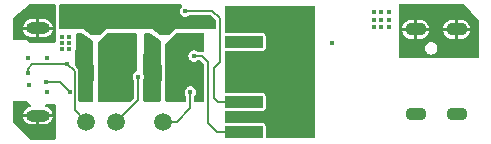
<source format=gbr>
%TF.GenerationSoftware,KiCad,Pcbnew,(6.0.0-rc1-461-ge5d6ec836f)*%
%TF.CreationDate,2022-01-23T00:53:45+08:00*%
%TF.ProjectId,usb_adapter,7573625f-6164-4617-9074-65722e6b6963,rev?*%
%TF.SameCoordinates,Original*%
%TF.FileFunction,Copper,L4,Bot*%
%TF.FilePolarity,Positive*%
%FSLAX46Y46*%
G04 Gerber Fmt 4.6, Leading zero omitted, Abs format (unit mm)*
G04 Created by KiCad (PCBNEW (6.0.0-rc1-461-ge5d6ec836f)) date 2022-01-23 00:53:45*
%MOMM*%
%LPD*%
G01*
G04 APERTURE LIST*
G04 Aperture macros list*
%AMRoundRect*
0 Rectangle with rounded corners*
0 $1 Rounding radius*
0 $2 $3 $4 $5 $6 $7 $8 $9 X,Y pos of 4 corners*
0 Add a 4 corners polygon primitive as box body*
4,1,4,$2,$3,$4,$5,$6,$7,$8,$9,$2,$3,0*
0 Add four circle primitives for the rounded corners*
1,1,$1+$1,$2,$3*
1,1,$1+$1,$4,$5*
1,1,$1+$1,$6,$7*
1,1,$1+$1,$8,$9*
0 Add four rect primitives between the rounded corners*
20,1,$1+$1,$2,$3,$4,$5,0*
20,1,$1+$1,$4,$5,$6,$7,0*
20,1,$1+$1,$6,$7,$8,$9,0*
20,1,$1+$1,$8,$9,$2,$3,0*%
G04 Aperture macros list end*
%TA.AperFunction,ComponentPad*%
%ADD10O,2.000000X1.000000*%
%TD*%
%TA.AperFunction,ComponentPad*%
%ADD11O,1.800000X1.100000*%
%TD*%
%TA.AperFunction,SMDPad,CuDef*%
%ADD12RoundRect,0.150000X0.150000X-0.587500X0.150000X0.587500X-0.150000X0.587500X-0.150000X-0.587500X0*%
%TD*%
%TA.AperFunction,SMDPad,CuDef*%
%ADD13C,1.500000*%
%TD*%
%TA.AperFunction,SMDPad,CuDef*%
%ADD14RoundRect,0.237500X-0.300000X-0.237500X0.300000X-0.237500X0.300000X0.237500X-0.300000X0.237500X0*%
%TD*%
%TA.AperFunction,SMDPad,CuDef*%
%ADD15RoundRect,0.237500X-0.237500X0.300000X-0.237500X-0.300000X0.237500X-0.300000X0.237500X0.300000X0*%
%TD*%
%TA.AperFunction,SMDPad,CuDef*%
%ADD16RoundRect,0.250000X-0.412500X-0.650000X0.412500X-0.650000X0.412500X0.650000X-0.412500X0.650000X0*%
%TD*%
%TA.AperFunction,SMDPad,CuDef*%
%ADD17R,3.200000X1.000000*%
%TD*%
%TA.AperFunction,ViaPad*%
%ADD18C,0.450000*%
%TD*%
%TA.AperFunction,Conductor*%
%ADD19C,0.146812*%
%TD*%
G04 APERTURE END LIST*
D10*
%TO.P,P1,S1,SHIELD*%
%TO.N,GND*%
X101395000Y-88800000D03*
X101395000Y-96200000D03*
%TD*%
D11*
%TO.P,J2,6,Shield*%
%TO.N,GND*%
X136840000Y-88905000D03*
X133370000Y-88905000D03*
X136840000Y-96105000D03*
X133370000Y-96105000D03*
%TD*%
D12*
%TO.P,U2,1,GND*%
%TO.N,GND*%
X112950000Y-90437500D03*
%TO.P,U2,2,VO*%
%TO.N,+3V3*%
X111050000Y-90437500D03*
%TO.P,U2,3,VI*%
%TO.N,/VBUS*%
X112000000Y-88562500D03*
%TD*%
D13*
%TO.P,TP2,1,1*%
%TO.N,/RX_1V8*%
X105500000Y-96750000D03*
%TD*%
D12*
%TO.P,U1,1,GND*%
%TO.N,GND*%
X107200000Y-90437500D03*
%TO.P,U1,2,VO*%
%TO.N,+1V8*%
X105300000Y-90437500D03*
%TO.P,U1,3,VI*%
%TO.N,/VBUS*%
X106250000Y-88562500D03*
%TD*%
D14*
%TO.P,C6,1*%
%TO.N,+3V3*%
X111137500Y-94500000D03*
%TO.P,C6,2*%
%TO.N,GND*%
X112862500Y-94500000D03*
%TD*%
D13*
%TO.P,TP1,1,1*%
%TO.N,/TX_1V8*%
X108000000Y-96750000D03*
%TD*%
D15*
%TO.P,C1,1*%
%TO.N,/VBUS*%
X109000000Y-88387500D03*
%TO.P,C1,2*%
%TO.N,GND*%
X109000000Y-90112500D03*
%TD*%
D13*
%TO.P,TP3,1,1*%
%TO.N,/CC*%
X112000000Y-96750000D03*
%TD*%
D14*
%TO.P,C3,1*%
%TO.N,+1V8*%
X105387500Y-94500000D03*
%TO.P,C3,2*%
%TO.N,GND*%
X107112500Y-94500000D03*
%TD*%
D16*
%TO.P,C5,1*%
%TO.N,+3V3*%
X111200000Y-92600000D03*
%TO.P,C5,2*%
%TO.N,GND*%
X114325000Y-92600000D03*
%TD*%
%TO.P,C2,1*%
%TO.N,+1V8*%
X105437500Y-92600000D03*
%TO.P,C2,2*%
%TO.N,GND*%
X108562500Y-92600000D03*
%TD*%
D17*
%TO.P,J1,1,Pin_1*%
%TO.N,/TX_3V3*%
X118825000Y-97580000D03*
%TO.P,J1,2,Pin_2*%
%TO.N,/RX_3V3*%
X118825000Y-95040000D03*
%TO.P,J1,3,Pin_3*%
%TO.N,GND*%
X118825000Y-92500000D03*
%TO.P,J1,4,Pin_4*%
%TO.N,/CC*%
X118825000Y-89960000D03*
%TO.P,J1,5,Pin_5*%
%TO.N,GND*%
X118825000Y-87420000D03*
%TD*%
D15*
%TO.P,C4,1*%
%TO.N,/VBUS*%
X114750000Y-88387500D03*
%TO.P,C4,2*%
%TO.N,GND*%
X114750000Y-90112500D03*
%TD*%
D18*
%TO.N,/VBUS*%
X116300000Y-88600000D03*
X129850000Y-88100000D03*
X103500000Y-87500000D03*
X115300000Y-88600000D03*
X131100000Y-88700000D03*
X130450000Y-88700000D03*
X131100000Y-87450000D03*
X129850000Y-88700000D03*
X104250000Y-88500000D03*
X104750000Y-88500000D03*
X129850000Y-87450000D03*
X115800000Y-88600000D03*
X103750000Y-88500000D03*
X131100000Y-88100000D03*
X105000000Y-87500000D03*
X130450000Y-87450000D03*
X130450000Y-88100000D03*
X104000000Y-87500000D03*
X104500000Y-87500000D03*
%TO.N,GND*%
X132950000Y-87500000D03*
X133550000Y-87500000D03*
X109000000Y-90112500D03*
X107500000Y-93400000D03*
X121750000Y-89750000D03*
X114500000Y-93500000D03*
X132350000Y-87500000D03*
X113900000Y-93500000D03*
X112750000Y-90050000D03*
X138100000Y-90100000D03*
X126300000Y-90100000D03*
X113300000Y-92900000D03*
X108100000Y-92300000D03*
X123250000Y-91250000D03*
X106900000Y-93400000D03*
X135800000Y-90100000D03*
X113900000Y-92900000D03*
X108700000Y-92300000D03*
X108100000Y-93400000D03*
X122500000Y-89750000D03*
X114500000Y-92900000D03*
X108700000Y-93400000D03*
X137350000Y-90900000D03*
X123250000Y-89750000D03*
X136550000Y-90100000D03*
X106900000Y-92300000D03*
X135800000Y-90900000D03*
X113300000Y-93500000D03*
X133550000Y-90300000D03*
X124000000Y-89750000D03*
X112700000Y-92900000D03*
X132350000Y-90300000D03*
X121750000Y-91250000D03*
X122500000Y-91250000D03*
X132950000Y-90300000D03*
X138100000Y-90900000D03*
X137350000Y-90100000D03*
X136550000Y-90900000D03*
X112700000Y-93500000D03*
X124000000Y-91250000D03*
X107500000Y-92300000D03*
%TO.N,+1V8*%
X105400000Y-92350000D03*
%TO.N,+3V3*%
X111137500Y-92350000D03*
%TO.N,/TX_1V8*%
X109900000Y-92900000D03*
%TO.N,/RX_1V8*%
X100550000Y-92630000D03*
X103900000Y-91850000D03*
%TO.N,/TX_3V3*%
X114620000Y-91150000D03*
%TO.N,/RX_3V3*%
X113880000Y-87340000D03*
%TO.N,/CC*%
X104100000Y-94200000D03*
X114300000Y-94200000D03*
X102090000Y-93370000D03*
X118825000Y-89960000D03*
%TO.N,Net-(JP1-Pad1)*%
X102200000Y-94200000D03*
X104000000Y-90575000D03*
X102200000Y-91300000D03*
X104000000Y-89550000D03*
X100570000Y-91370000D03*
X103475000Y-89550000D03*
X103475000Y-90075000D03*
X104000000Y-90075000D03*
X103475000Y-90575000D03*
X100620000Y-93620000D03*
%TD*%
D19*
%TO.N,/RX_1V8*%
X103900000Y-91850000D02*
X104500000Y-92450000D01*
X104500000Y-92450000D02*
X104500000Y-95750000D01*
X104500000Y-95750000D02*
X105500000Y-96750000D01*
%TO.N,/TX_1V8*%
X109900000Y-92900000D02*
X109900000Y-94850000D01*
X109900000Y-94850000D02*
X108000000Y-96750000D01*
%TO.N,/CC*%
X112000000Y-96750000D02*
X113150000Y-96750000D01*
X113150000Y-96750000D02*
X114300000Y-95600000D01*
X114300000Y-95600000D02*
X114300000Y-94200000D01*
%TO.N,/RX_1V8*%
X100550000Y-92230000D02*
X100930000Y-91850000D01*
X100550000Y-92630000D02*
X100550000Y-92230000D01*
X100930000Y-91850000D02*
X103900000Y-91850000D01*
%TO.N,/TX_3V3*%
X115810000Y-96810000D02*
X116580000Y-97580000D01*
X115250000Y-91150000D02*
X115810000Y-91710000D01*
X116580000Y-97580000D02*
X118825000Y-97580000D01*
X114620000Y-91150000D02*
X115250000Y-91150000D01*
X115810000Y-91710000D02*
X115810000Y-96810000D01*
%TO.N,/RX_3V3*%
X116340000Y-92160000D02*
X116340000Y-94740000D01*
X113880000Y-87340000D02*
X116160000Y-87340000D01*
X116800000Y-91700000D02*
X116340000Y-92160000D01*
X116160000Y-87340000D02*
X116800000Y-87980000D01*
X116800000Y-87980000D02*
X116800000Y-91700000D01*
X116640000Y-95040000D02*
X118825000Y-95040000D01*
X116340000Y-94740000D02*
X116640000Y-95040000D01*
%TO.N,/CC*%
X102090000Y-93370000D02*
X103270000Y-93370000D01*
X103270000Y-93370000D02*
X104100000Y-94200000D01*
%TD*%
%TA.AperFunction,Conductor*%
%TO.N,GND*%
G36*
X102842132Y-86774002D02*
G01*
X102888625Y-86827658D01*
X102900011Y-86879989D01*
X102900273Y-89898986D01*
X102880277Y-89967109D01*
X102826625Y-90013606D01*
X102774273Y-90024997D01*
X101344401Y-90024999D01*
X100752190Y-90025000D01*
X100684069Y-90004998D01*
X100663095Y-89988095D01*
X100450000Y-89775000D01*
X99380000Y-89775000D01*
X99311879Y-89754998D01*
X99265386Y-89701342D01*
X99254000Y-89649000D01*
X99254000Y-88945722D01*
X100154963Y-88945722D01*
X100165513Y-89007119D01*
X100169619Y-89021070D01*
X100232729Y-89169387D01*
X100239929Y-89182012D01*
X100335467Y-89311833D01*
X100345381Y-89322464D01*
X100468225Y-89426828D01*
X100480313Y-89434890D01*
X100623871Y-89508195D01*
X100637496Y-89513262D01*
X100795716Y-89551977D01*
X100806775Y-89553660D01*
X100810321Y-89553880D01*
X100814199Y-89554000D01*
X101249885Y-89554000D01*
X101265124Y-89549525D01*
X101266329Y-89548135D01*
X101268000Y-89540452D01*
X101268000Y-89535885D01*
X101522000Y-89535885D01*
X101526475Y-89551124D01*
X101527865Y-89552329D01*
X101535548Y-89554000D01*
X101935363Y-89554000D01*
X101942667Y-89553575D01*
X102062366Y-89539620D01*
X102076519Y-89536275D01*
X102228030Y-89481279D01*
X102241029Y-89474769D01*
X102375826Y-89386392D01*
X102386978Y-89377068D01*
X102497828Y-89260053D01*
X102506540Y-89248408D01*
X102587494Y-89109035D01*
X102593292Y-89095700D01*
X102640014Y-88941433D01*
X102640292Y-88939887D01*
X102637982Y-88929730D01*
X102627073Y-88927000D01*
X101540115Y-88927000D01*
X101524876Y-88931475D01*
X101523671Y-88932865D01*
X101522000Y-88940548D01*
X101522000Y-89535885D01*
X101268000Y-89535885D01*
X101268000Y-88945115D01*
X101263525Y-88929876D01*
X101262135Y-88928671D01*
X101254452Y-88927000D01*
X100169861Y-88927000D01*
X100156899Y-88930806D01*
X100154963Y-88945722D01*
X99254000Y-88945722D01*
X99254000Y-88660113D01*
X100149708Y-88660113D01*
X100152018Y-88670270D01*
X100162927Y-88673000D01*
X101249885Y-88673000D01*
X101265124Y-88668525D01*
X101266329Y-88667135D01*
X101268000Y-88659452D01*
X101268000Y-88654885D01*
X101522000Y-88654885D01*
X101526475Y-88670124D01*
X101527865Y-88671329D01*
X101535548Y-88673000D01*
X102620139Y-88673000D01*
X102633101Y-88669194D01*
X102635037Y-88654278D01*
X102624487Y-88592881D01*
X102620381Y-88578930D01*
X102557271Y-88430613D01*
X102550071Y-88417988D01*
X102454533Y-88288167D01*
X102444619Y-88277536D01*
X102321775Y-88173172D01*
X102309687Y-88165110D01*
X102166129Y-88091805D01*
X102152504Y-88086738D01*
X101994284Y-88048023D01*
X101983225Y-88046340D01*
X101979679Y-88046120D01*
X101975801Y-88046000D01*
X101540115Y-88046000D01*
X101524876Y-88050475D01*
X101523671Y-88051865D01*
X101522000Y-88059548D01*
X101522000Y-88654885D01*
X101268000Y-88654885D01*
X101268000Y-88064115D01*
X101263525Y-88048876D01*
X101262135Y-88047671D01*
X101254452Y-88046000D01*
X100854637Y-88046000D01*
X100847333Y-88046425D01*
X100727634Y-88060380D01*
X100713481Y-88063725D01*
X100561970Y-88118721D01*
X100548971Y-88125231D01*
X100414174Y-88213608D01*
X100403022Y-88222932D01*
X100292172Y-88339947D01*
X100283460Y-88351592D01*
X100202506Y-88490965D01*
X100196708Y-88504300D01*
X100149986Y-88658567D01*
X100149708Y-88660113D01*
X99254000Y-88660113D01*
X99254000Y-88055682D01*
X99274002Y-87987561D01*
X99299337Y-87958886D01*
X100710155Y-86783204D01*
X100775292Y-86754960D01*
X100790818Y-86754000D01*
X102774011Y-86754000D01*
X102842132Y-86774002D01*
G37*
%TD.AperFunction*%
%TD*%
%TA.AperFunction,Conductor*%
%TO.N,GND*%
G36*
X100490972Y-94995002D02*
G01*
X100511895Y-95011853D01*
X100725287Y-95225000D01*
X100735948Y-95225000D01*
X100745645Y-95230288D01*
X100795875Y-95280462D01*
X100811006Y-95349827D01*
X100786233Y-95416362D01*
X100729422Y-95458941D01*
X100714300Y-95463532D01*
X100713482Y-95463725D01*
X100561970Y-95518721D01*
X100548971Y-95525231D01*
X100414174Y-95613608D01*
X100403022Y-95622932D01*
X100292172Y-95739947D01*
X100283460Y-95751592D01*
X100202506Y-95890965D01*
X100196708Y-95904300D01*
X100149986Y-96058567D01*
X100149708Y-96060113D01*
X100152018Y-96070270D01*
X100162927Y-96073000D01*
X102620139Y-96073000D01*
X102633101Y-96069194D01*
X102635037Y-96054278D01*
X102624487Y-95992881D01*
X102620381Y-95978930D01*
X102557271Y-95830613D01*
X102550071Y-95817988D01*
X102454533Y-95688167D01*
X102444619Y-95677536D01*
X102321775Y-95573172D01*
X102309687Y-95565110D01*
X102166129Y-95491805D01*
X102152504Y-95486738D01*
X102097949Y-95473389D01*
X102036534Y-95437769D01*
X102004127Y-95374600D01*
X102011016Y-95303939D01*
X102055013Y-95248219D01*
X102127897Y-95225000D01*
X102774000Y-95225000D01*
X102842121Y-95245002D01*
X102888614Y-95298658D01*
X102900000Y-95351000D01*
X102900000Y-98120000D01*
X102879998Y-98188121D01*
X102826342Y-98234614D01*
X102774000Y-98246000D01*
X100798190Y-98246000D01*
X100730069Y-98225998D01*
X100709095Y-98209095D01*
X99290905Y-96790905D01*
X99256879Y-96728593D01*
X99254000Y-96701810D01*
X99254000Y-96345722D01*
X100154963Y-96345722D01*
X100165513Y-96407119D01*
X100169619Y-96421070D01*
X100232729Y-96569387D01*
X100239929Y-96582012D01*
X100335467Y-96711833D01*
X100345381Y-96722464D01*
X100468225Y-96826828D01*
X100480313Y-96834890D01*
X100623871Y-96908195D01*
X100637496Y-96913262D01*
X100795716Y-96951977D01*
X100806775Y-96953660D01*
X100810321Y-96953880D01*
X100814199Y-96954000D01*
X101249885Y-96954000D01*
X101265124Y-96949525D01*
X101266329Y-96948135D01*
X101268000Y-96940452D01*
X101268000Y-96935885D01*
X101522000Y-96935885D01*
X101526475Y-96951124D01*
X101527865Y-96952329D01*
X101535548Y-96954000D01*
X101935363Y-96954000D01*
X101942667Y-96953575D01*
X102062366Y-96939620D01*
X102076519Y-96936275D01*
X102228030Y-96881279D01*
X102241029Y-96874769D01*
X102375826Y-96786392D01*
X102386978Y-96777068D01*
X102497828Y-96660053D01*
X102506540Y-96648408D01*
X102587494Y-96509035D01*
X102593292Y-96495700D01*
X102640014Y-96341433D01*
X102640292Y-96339887D01*
X102637982Y-96329730D01*
X102627073Y-96327000D01*
X101540115Y-96327000D01*
X101524876Y-96331475D01*
X101523671Y-96332865D01*
X101522000Y-96340548D01*
X101522000Y-96935885D01*
X101268000Y-96935885D01*
X101268000Y-96345115D01*
X101263525Y-96329876D01*
X101262135Y-96328671D01*
X101254452Y-96327000D01*
X100169861Y-96327000D01*
X100156899Y-96330806D01*
X100154963Y-96345722D01*
X99254000Y-96345722D01*
X99254000Y-95101000D01*
X99274002Y-95032879D01*
X99327658Y-94986386D01*
X99380000Y-94975000D01*
X100422851Y-94975000D01*
X100490972Y-94995002D01*
G37*
%TD.AperFunction*%
%TD*%
%TA.AperFunction,Conductor*%
%TO.N,GND*%
G36*
X137440605Y-86774002D02*
G01*
X137466139Y-86795710D01*
X138713655Y-88181839D01*
X138744358Y-88245854D01*
X138746000Y-88266129D01*
X138746000Y-91199850D01*
X138725998Y-91267971D01*
X138672342Y-91314464D01*
X138619892Y-91325850D01*
X133205381Y-91321115D01*
X132055890Y-91320110D01*
X131987787Y-91300048D01*
X131941341Y-91246352D01*
X131930000Y-91194110D01*
X131930000Y-90505000D01*
X134155931Y-90505000D01*
X134174129Y-90643227D01*
X134227483Y-90772034D01*
X134312356Y-90882644D01*
X134422965Y-90967517D01*
X134551773Y-91020871D01*
X134690000Y-91039069D01*
X134698188Y-91037991D01*
X134820039Y-91021949D01*
X134828227Y-91020871D01*
X134957035Y-90967517D01*
X135067644Y-90882644D01*
X135152517Y-90772034D01*
X135205871Y-90643227D01*
X135224069Y-90505000D01*
X135205871Y-90366773D01*
X135152517Y-90237966D01*
X135067644Y-90127356D01*
X134957035Y-90042483D01*
X134828227Y-89989129D01*
X134690000Y-89970931D01*
X134551773Y-89989129D01*
X134422966Y-90042483D01*
X134312356Y-90127356D01*
X134227483Y-90237966D01*
X134174129Y-90366773D01*
X134155931Y-90505000D01*
X131930000Y-90505000D01*
X131930000Y-89048798D01*
X132226640Y-89048798D01*
X132229051Y-89071735D01*
X132232056Y-89085406D01*
X132285646Y-89242825D01*
X132291607Y-89255491D01*
X132378740Y-89397124D01*
X132387360Y-89408158D01*
X132503701Y-89526961D01*
X132514560Y-89535818D01*
X132654324Y-89625889D01*
X132666877Y-89632121D01*
X132823127Y-89688991D01*
X132836742Y-89692284D01*
X132965130Y-89708503D01*
X132973020Y-89709000D01*
X133224885Y-89709000D01*
X133240124Y-89704525D01*
X133241329Y-89703135D01*
X133243000Y-89695452D01*
X133243000Y-89690885D01*
X133497000Y-89690885D01*
X133501475Y-89706124D01*
X133502865Y-89707329D01*
X133510548Y-89709000D01*
X133761828Y-89709000D01*
X133768852Y-89708607D01*
X133892253Y-89694766D01*
X133905906Y-89691664D01*
X134062938Y-89636979D01*
X134075571Y-89630926D01*
X134216589Y-89542809D01*
X134227561Y-89534112D01*
X134345555Y-89416940D01*
X134354327Y-89406029D01*
X134443425Y-89265634D01*
X134449568Y-89253038D01*
X134505348Y-89096391D01*
X134508544Y-89082765D01*
X134512452Y-89049989D01*
X134512251Y-89048798D01*
X135696640Y-89048798D01*
X135699051Y-89071735D01*
X135702056Y-89085406D01*
X135755646Y-89242825D01*
X135761607Y-89255491D01*
X135848740Y-89397124D01*
X135857360Y-89408158D01*
X135973701Y-89526961D01*
X135984560Y-89535818D01*
X136124324Y-89625889D01*
X136136877Y-89632121D01*
X136293127Y-89688991D01*
X136306742Y-89692284D01*
X136435130Y-89708503D01*
X136443020Y-89709000D01*
X136694885Y-89709000D01*
X136710124Y-89704525D01*
X136711329Y-89703135D01*
X136713000Y-89695452D01*
X136713000Y-89690885D01*
X136967000Y-89690885D01*
X136971475Y-89706124D01*
X136972865Y-89707329D01*
X136980548Y-89709000D01*
X137231828Y-89709000D01*
X137238852Y-89708607D01*
X137362253Y-89694766D01*
X137375906Y-89691664D01*
X137532938Y-89636979D01*
X137545571Y-89630926D01*
X137686589Y-89542809D01*
X137697561Y-89534112D01*
X137815555Y-89416940D01*
X137824327Y-89406029D01*
X137913425Y-89265634D01*
X137919568Y-89253038D01*
X137975348Y-89096391D01*
X137978544Y-89082765D01*
X137982452Y-89049989D01*
X137980025Y-89035582D01*
X137967257Y-89032000D01*
X136985115Y-89032000D01*
X136969876Y-89036475D01*
X136968671Y-89037865D01*
X136967000Y-89045548D01*
X136967000Y-89690885D01*
X136713000Y-89690885D01*
X136713000Y-89050115D01*
X136708525Y-89034876D01*
X136707135Y-89033671D01*
X136699452Y-89032000D01*
X135712990Y-89032000D01*
X135698698Y-89036197D01*
X135696640Y-89048798D01*
X134512251Y-89048798D01*
X134510025Y-89035582D01*
X134497257Y-89032000D01*
X133515115Y-89032000D01*
X133499876Y-89036475D01*
X133498671Y-89037865D01*
X133497000Y-89045548D01*
X133497000Y-89690885D01*
X133243000Y-89690885D01*
X133243000Y-89050115D01*
X133238525Y-89034876D01*
X133237135Y-89033671D01*
X133229452Y-89032000D01*
X132242990Y-89032000D01*
X132228698Y-89036197D01*
X132226640Y-89048798D01*
X131930000Y-89048798D01*
X131930000Y-88760011D01*
X132227548Y-88760011D01*
X132229975Y-88774418D01*
X132242743Y-88778000D01*
X133224885Y-88778000D01*
X133240124Y-88773525D01*
X133241329Y-88772135D01*
X133243000Y-88764452D01*
X133243000Y-88759885D01*
X133497000Y-88759885D01*
X133501475Y-88775124D01*
X133502865Y-88776329D01*
X133510548Y-88778000D01*
X134497010Y-88778000D01*
X134511302Y-88773803D01*
X134513360Y-88761202D01*
X134513235Y-88760011D01*
X135697548Y-88760011D01*
X135699975Y-88774418D01*
X135712743Y-88778000D01*
X136694885Y-88778000D01*
X136710124Y-88773525D01*
X136711329Y-88772135D01*
X136713000Y-88764452D01*
X136713000Y-88759885D01*
X136967000Y-88759885D01*
X136971475Y-88775124D01*
X136972865Y-88776329D01*
X136980548Y-88778000D01*
X137967010Y-88778000D01*
X137981302Y-88773803D01*
X137983360Y-88761202D01*
X137980949Y-88738265D01*
X137977944Y-88724594D01*
X137924354Y-88567175D01*
X137918393Y-88554509D01*
X137831260Y-88412876D01*
X137822640Y-88401842D01*
X137706299Y-88283039D01*
X137695440Y-88274182D01*
X137555676Y-88184111D01*
X137543123Y-88177879D01*
X137386873Y-88121009D01*
X137373258Y-88117716D01*
X137244870Y-88101497D01*
X137236980Y-88101000D01*
X136985115Y-88101000D01*
X136969876Y-88105475D01*
X136968671Y-88106865D01*
X136967000Y-88114548D01*
X136967000Y-88759885D01*
X136713000Y-88759885D01*
X136713000Y-88119115D01*
X136708525Y-88103876D01*
X136707135Y-88102671D01*
X136699452Y-88101000D01*
X136448172Y-88101000D01*
X136441148Y-88101393D01*
X136317747Y-88115234D01*
X136304094Y-88118336D01*
X136147062Y-88173021D01*
X136134429Y-88179074D01*
X135993411Y-88267191D01*
X135982439Y-88275888D01*
X135864445Y-88393060D01*
X135855673Y-88403971D01*
X135766575Y-88544366D01*
X135760432Y-88556962D01*
X135704652Y-88713609D01*
X135701456Y-88727235D01*
X135697548Y-88760011D01*
X134513235Y-88760011D01*
X134510949Y-88738265D01*
X134507944Y-88724594D01*
X134454354Y-88567175D01*
X134448393Y-88554509D01*
X134361260Y-88412876D01*
X134352640Y-88401842D01*
X134236299Y-88283039D01*
X134225440Y-88274182D01*
X134085676Y-88184111D01*
X134073123Y-88177879D01*
X133916873Y-88121009D01*
X133903258Y-88117716D01*
X133774870Y-88101497D01*
X133766980Y-88101000D01*
X133515115Y-88101000D01*
X133499876Y-88105475D01*
X133498671Y-88106865D01*
X133497000Y-88114548D01*
X133497000Y-88759885D01*
X133243000Y-88759885D01*
X133243000Y-88119115D01*
X133238525Y-88103876D01*
X133237135Y-88102671D01*
X133229452Y-88101000D01*
X132978172Y-88101000D01*
X132971148Y-88101393D01*
X132847747Y-88115234D01*
X132834094Y-88118336D01*
X132677062Y-88173021D01*
X132664429Y-88179074D01*
X132523411Y-88267191D01*
X132512439Y-88275888D01*
X132394445Y-88393060D01*
X132385673Y-88403971D01*
X132296575Y-88544366D01*
X132290432Y-88556962D01*
X132234652Y-88713609D01*
X132231456Y-88727235D01*
X132227548Y-88760011D01*
X131930000Y-88760011D01*
X131930000Y-86880000D01*
X131950002Y-86811879D01*
X132003658Y-86765386D01*
X132056000Y-86754000D01*
X137372484Y-86754000D01*
X137440605Y-86774002D01*
G37*
%TD.AperFunction*%
%TD*%
%TA.AperFunction,Conductor*%
%TO.N,GND*%
G36*
X109692121Y-89220002D02*
G01*
X109738614Y-89273658D01*
X109750000Y-89326000D01*
X109750000Y-92358146D01*
X109729998Y-92426267D01*
X109691237Y-92464707D01*
X109586031Y-92531087D01*
X109495109Y-92634036D01*
X109436736Y-92758366D01*
X109435356Y-92767232D01*
X109416986Y-92885209D01*
X109416986Y-92885213D01*
X109415605Y-92894082D01*
X109416769Y-92902984D01*
X109416769Y-92902987D01*
X109424509Y-92962177D01*
X109433414Y-93030273D01*
X109488732Y-93155992D01*
X109494511Y-93162867D01*
X109542545Y-93220011D01*
X109571066Y-93285027D01*
X109572094Y-93301086D01*
X109572094Y-94661987D01*
X109552092Y-94730108D01*
X109535189Y-94751082D01*
X109273176Y-95013095D01*
X109210864Y-95047121D01*
X109184081Y-95050000D01*
X106576000Y-95050000D01*
X106507879Y-95029998D01*
X106461386Y-94976342D01*
X106450000Y-94924000D01*
X106450000Y-90058620D01*
X106470002Y-89990499D01*
X106494839Y-89962241D01*
X107364825Y-89229621D01*
X107429815Y-89201042D01*
X107445986Y-89200000D01*
X109624000Y-89200000D01*
X109692121Y-89220002D01*
G37*
%TD.AperFunction*%
%TD*%
%TA.AperFunction,Conductor*%
%TO.N,+3V3*%
G36*
X110983090Y-89273358D02*
G01*
X111746731Y-89812398D01*
X111790848Y-89868022D01*
X111800068Y-89915204D01*
X111805230Y-94888696D01*
X111785299Y-94956838D01*
X111731691Y-95003386D01*
X111679602Y-95014826D01*
X110694392Y-95017736D01*
X110432659Y-95018509D01*
X110364480Y-94998709D01*
X110317828Y-94945191D01*
X110306291Y-94891534D01*
X110319688Y-93161528D01*
X110332292Y-93107566D01*
X110357585Y-93055362D01*
X110357585Y-93055361D01*
X110361499Y-93047283D01*
X110384286Y-92911836D01*
X110384431Y-92900000D01*
X110383584Y-92894082D01*
X110366232Y-92772923D01*
X110366232Y-92772921D01*
X110364959Y-92764036D01*
X110334984Y-92698109D01*
X110323688Y-92644981D01*
X110348983Y-89378535D01*
X110369512Y-89310571D01*
X110423526Y-89264495D01*
X110474049Y-89253514D01*
X110900933Y-89250362D01*
X110909499Y-89250299D01*
X110983090Y-89273358D01*
G37*
%TD.AperFunction*%
%TD*%
%TA.AperFunction,Conductor*%
%TO.N,GND*%
G36*
X124842121Y-86920002D02*
G01*
X124888614Y-86973658D01*
X124900000Y-87026000D01*
X124900000Y-97974000D01*
X124879998Y-98042121D01*
X124826342Y-98088614D01*
X124774000Y-98100000D01*
X120805500Y-98100000D01*
X120737379Y-98079998D01*
X120690886Y-98026342D01*
X120679500Y-97974000D01*
X120679499Y-97061123D01*
X120679499Y-97054934D01*
X120664734Y-96980699D01*
X120608484Y-96896516D01*
X120524301Y-96840266D01*
X120450067Y-96825500D01*
X120298021Y-96825500D01*
X117326000Y-96825501D01*
X117257879Y-96805499D01*
X117211386Y-96751843D01*
X117200000Y-96699501D01*
X117200000Y-95920500D01*
X117220002Y-95852379D01*
X117273658Y-95805886D01*
X117326000Y-95794500D01*
X120297974Y-95794499D01*
X120450066Y-95794499D01*
X120485818Y-95787388D01*
X120512126Y-95782156D01*
X120512128Y-95782155D01*
X120524301Y-95779734D01*
X120534621Y-95772839D01*
X120534622Y-95772838D01*
X120598168Y-95730377D01*
X120608484Y-95723484D01*
X120664734Y-95639301D01*
X120679500Y-95565067D01*
X120679499Y-94514934D01*
X120664734Y-94440699D01*
X120608484Y-94356516D01*
X120524301Y-94300266D01*
X120450067Y-94285500D01*
X120298021Y-94285500D01*
X117326000Y-94285501D01*
X117257879Y-94265499D01*
X117211386Y-94211843D01*
X117200000Y-94159501D01*
X117200000Y-90840500D01*
X117220002Y-90772379D01*
X117273658Y-90725886D01*
X117326000Y-90714500D01*
X120297974Y-90714499D01*
X120450066Y-90714499D01*
X120485818Y-90707388D01*
X120512126Y-90702156D01*
X120512128Y-90702155D01*
X120524301Y-90699734D01*
X120534621Y-90692839D01*
X120534622Y-90692838D01*
X120598168Y-90650377D01*
X120608484Y-90643484D01*
X120664734Y-90559301D01*
X120679500Y-90485067D01*
X120679499Y-89434934D01*
X120664734Y-89360699D01*
X120608484Y-89276516D01*
X120524301Y-89220266D01*
X120450067Y-89205500D01*
X120298021Y-89205500D01*
X117326000Y-89205501D01*
X117257879Y-89185499D01*
X117211386Y-89131843D01*
X117200000Y-89079501D01*
X117200000Y-87026000D01*
X117220002Y-86957879D01*
X117273658Y-86911386D01*
X117326000Y-86900000D01*
X124774000Y-86900000D01*
X124842121Y-86920002D01*
G37*
%TD.AperFunction*%
%TD*%
%TA.AperFunction,Conductor*%
%TO.N,+1V8*%
G36*
X105233090Y-89273358D02*
G01*
X105996730Y-89812398D01*
X106040848Y-89868023D01*
X106050068Y-89915204D01*
X106055292Y-94910644D01*
X106035361Y-94978786D01*
X105981754Y-95025335D01*
X105929664Y-95036775D01*
X105100765Y-95039223D01*
X104954278Y-95039656D01*
X104886099Y-95019856D01*
X104839447Y-94966338D01*
X104827906Y-94913657D01*
X104827906Y-92469805D01*
X104828386Y-92458823D01*
X104830736Y-92431962D01*
X104831697Y-92420980D01*
X104828844Y-92410334D01*
X104828844Y-92410329D01*
X104821862Y-92384273D01*
X104819483Y-92373544D01*
X104814798Y-92346974D01*
X104814798Y-92346973D01*
X104812884Y-92336120D01*
X104807373Y-92326574D01*
X104806145Y-92323201D01*
X104804623Y-92319936D01*
X104801768Y-92309283D01*
X104779960Y-92278137D01*
X104774069Y-92268891D01*
X104755065Y-92235975D01*
X104725953Y-92211547D01*
X104717862Y-92204132D01*
X104615603Y-92101873D01*
X104581577Y-92039561D01*
X104578702Y-92011807D01*
X104598988Y-89378540D01*
X104619514Y-89310576D01*
X104673526Y-89264498D01*
X104724054Y-89253514D01*
X105152129Y-89250353D01*
X105159499Y-89250299D01*
X105233090Y-89273358D01*
G37*
%TD.AperFunction*%
%TD*%
%TA.AperFunction,Conductor*%
%TO.N,GND*%
G36*
X115442121Y-89220002D02*
G01*
X115488614Y-89273658D01*
X115500000Y-89326000D01*
X115500000Y-90710956D01*
X115479998Y-90779077D01*
X115426342Y-90825570D01*
X115352121Y-90835042D01*
X115326458Y-90830517D01*
X115315727Y-90828138D01*
X115289671Y-90821156D01*
X115289666Y-90821156D01*
X115279020Y-90818303D01*
X115268036Y-90819264D01*
X115268035Y-90819264D01*
X115241177Y-90821614D01*
X115230195Y-90822094D01*
X115026330Y-90822094D01*
X114958209Y-90802092D01*
X114944073Y-90791473D01*
X114938453Y-90784951D01*
X114823196Y-90710244D01*
X114691603Y-90670890D01*
X114682627Y-90670835D01*
X114682626Y-90670835D01*
X114625080Y-90670484D01*
X114554255Y-90670051D01*
X114422192Y-90707795D01*
X114414605Y-90712582D01*
X114414603Y-90712583D01*
X114352850Y-90751546D01*
X114306031Y-90781087D01*
X114300088Y-90787816D01*
X114269815Y-90822094D01*
X114215109Y-90884036D01*
X114156736Y-91008366D01*
X114155356Y-91017232D01*
X114136986Y-91135209D01*
X114136986Y-91135213D01*
X114135605Y-91144082D01*
X114153414Y-91280273D01*
X114208732Y-91405992D01*
X114297111Y-91511132D01*
X114411447Y-91587240D01*
X114542549Y-91628199D01*
X114679876Y-91630716D01*
X114689109Y-91628199D01*
X114803727Y-91596951D01*
X114812391Y-91594589D01*
X114929439Y-91522721D01*
X114935462Y-91516066D01*
X114942370Y-91510332D01*
X114944004Y-91512300D01*
X114993028Y-91482271D01*
X115025905Y-91477906D01*
X115061987Y-91477906D01*
X115130108Y-91497908D01*
X115151082Y-91514811D01*
X115445189Y-91808918D01*
X115479215Y-91871230D01*
X115482094Y-91898013D01*
X115482094Y-94924000D01*
X115462092Y-94992121D01*
X115408436Y-95038614D01*
X115356094Y-95050000D01*
X114753906Y-95050000D01*
X114685785Y-95029998D01*
X114639292Y-94976342D01*
X114627906Y-94924000D01*
X114627906Y-94600875D01*
X114647908Y-94532754D01*
X114660491Y-94516320D01*
X114695584Y-94477550D01*
X114695585Y-94477549D01*
X114701612Y-94470890D01*
X114761499Y-94347283D01*
X114784286Y-94211836D01*
X114784431Y-94200000D01*
X114783584Y-94194082D01*
X114766232Y-94072923D01*
X114766232Y-94072921D01*
X114764959Y-94064036D01*
X114708110Y-93939003D01*
X114618453Y-93834951D01*
X114503196Y-93760244D01*
X114371603Y-93720890D01*
X114362627Y-93720835D01*
X114362626Y-93720835D01*
X114305080Y-93720484D01*
X114234255Y-93720051D01*
X114102192Y-93757795D01*
X114094605Y-93762582D01*
X114094603Y-93762583D01*
X114032850Y-93801546D01*
X113986031Y-93831087D01*
X113895109Y-93934036D01*
X113836736Y-94058366D01*
X113827027Y-94120724D01*
X113816986Y-94185209D01*
X113816986Y-94185213D01*
X113815605Y-94194082D01*
X113816769Y-94202984D01*
X113816769Y-94202987D01*
X113818554Y-94216633D01*
X113833414Y-94330273D01*
X113888732Y-94455992D01*
X113894511Y-94462867D01*
X113942545Y-94520011D01*
X113971066Y-94585027D01*
X113972094Y-94601086D01*
X113972094Y-94924000D01*
X113952092Y-94992121D01*
X113898436Y-95038614D01*
X113846094Y-95050000D01*
X112326000Y-95050000D01*
X112257879Y-95029998D01*
X112211386Y-94976342D01*
X112200000Y-94924000D01*
X112200000Y-90156116D01*
X112220002Y-90087995D01*
X112241710Y-90062461D01*
X113164061Y-89232345D01*
X113228076Y-89201642D01*
X113248351Y-89200000D01*
X115374000Y-89200000D01*
X115442121Y-89220002D01*
G37*
%TD.AperFunction*%
%TD*%
%TA.AperFunction,Conductor*%
%TO.N,/VBUS*%
G36*
X113548734Y-86774002D02*
G01*
X113595227Y-86827658D01*
X113605331Y-86897932D01*
X113575837Y-86962512D01*
X113569209Y-86969082D01*
X113566031Y-86971087D01*
X113475109Y-87074036D01*
X113416736Y-87198366D01*
X113415356Y-87207232D01*
X113396986Y-87325209D01*
X113396986Y-87325213D01*
X113395605Y-87334082D01*
X113413414Y-87470273D01*
X113468732Y-87595992D01*
X113557111Y-87701132D01*
X113671447Y-87777240D01*
X113802549Y-87818199D01*
X113939876Y-87820716D01*
X113949109Y-87818199D01*
X114063727Y-87786951D01*
X114072391Y-87784589D01*
X114189439Y-87712721D01*
X114195462Y-87706066D01*
X114202370Y-87700332D01*
X114204004Y-87702300D01*
X114253028Y-87672271D01*
X114285905Y-87667906D01*
X115971987Y-87667906D01*
X116040108Y-87687908D01*
X116061082Y-87704811D01*
X116435189Y-88078918D01*
X116469215Y-88141230D01*
X116472094Y-88168013D01*
X116472094Y-88724000D01*
X116452092Y-88792121D01*
X116398436Y-88838614D01*
X116346094Y-88850000D01*
X113050000Y-88850000D01*
X112984166Y-88910348D01*
X112486130Y-89366881D01*
X112422399Y-89398168D01*
X112400989Y-89400000D01*
X111790378Y-89400000D01*
X111717142Y-89376530D01*
X111703633Y-89366881D01*
X111050000Y-88900000D01*
X107200000Y-88900000D01*
X106686431Y-89366881D01*
X106686045Y-89367232D01*
X106622185Y-89398255D01*
X106601288Y-89400000D01*
X105988149Y-89400000D01*
X105918257Y-89378838D01*
X105215523Y-88910348D01*
X105215521Y-88910347D01*
X105200000Y-88900000D01*
X103326000Y-88900000D01*
X103257879Y-88879998D01*
X103211386Y-88826342D01*
X103200000Y-88774000D01*
X103200000Y-86880000D01*
X103220002Y-86811879D01*
X103273658Y-86765386D01*
X103326000Y-86754000D01*
X113480613Y-86754000D01*
X113548734Y-86774002D01*
G37*
%TD.AperFunction*%
%TD*%
M02*

</source>
